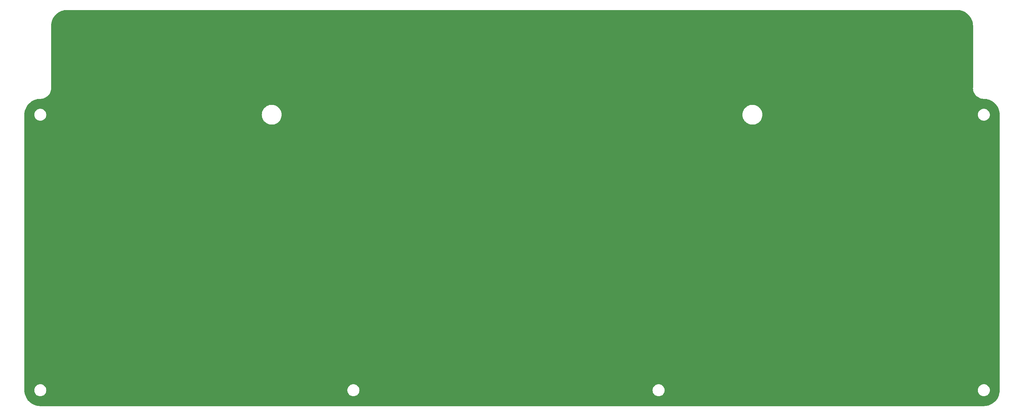
<source format=gbl>
%TF.GenerationSoftware,KiCad,Pcbnew,(6.0.0-0)*%
%TF.CreationDate,2022-04-10T14:45:36+02:00*%
%TF.ProjectId,litl_base_plate,6c69746c-5f62-4617-9365-5f706c617465,rev?*%
%TF.SameCoordinates,Original*%
%TF.FileFunction,Copper,L2,Bot*%
%TF.FilePolarity,Positive*%
%FSLAX46Y46*%
G04 Gerber Fmt 4.6, Leading zero omitted, Abs format (unit mm)*
G04 Created by KiCad (PCBNEW (6.0.0-0)) date 2022-04-10 14:45:36*
%MOMM*%
%LPD*%
G01*
G04 APERTURE LIST*
G04 APERTURE END LIST*
%TA.AperFunction,NonConductor*%
G36*
X269757557Y-17222000D02*
G01*
X269772358Y-17224305D01*
X269772361Y-17224305D01*
X269781230Y-17225686D01*
X269801126Y-17223084D01*
X269823284Y-17222154D01*
X270175391Y-17238433D01*
X270186980Y-17239507D01*
X270565795Y-17292350D01*
X270577235Y-17294489D01*
X270949559Y-17382058D01*
X270960735Y-17385238D01*
X271142069Y-17446015D01*
X271323394Y-17506790D01*
X271334246Y-17510994D01*
X271684141Y-17665487D01*
X271694559Y-17670675D01*
X272028691Y-17856785D01*
X272038586Y-17862911D01*
X272354136Y-18079068D01*
X272363424Y-18086082D01*
X272657684Y-18330433D01*
X272666284Y-18338274D01*
X272936726Y-18608716D01*
X272944567Y-18617316D01*
X273188918Y-18911576D01*
X273195932Y-18920864D01*
X273412089Y-19236414D01*
X273418215Y-19246309D01*
X273604325Y-19580441D01*
X273609513Y-19590859D01*
X273764006Y-19940754D01*
X273768210Y-19951606D01*
X273889759Y-20314256D01*
X273892944Y-20325450D01*
X273980511Y-20697765D01*
X273982650Y-20709205D01*
X274035493Y-21088020D01*
X274036567Y-21099609D01*
X274052503Y-21444316D01*
X274051138Y-21469515D01*
X274049314Y-21481230D01*
X274050478Y-21490132D01*
X274050478Y-21490135D01*
X274053436Y-21512751D01*
X274054500Y-21529089D01*
X274054500Y-38146793D01*
X274052754Y-38167697D01*
X274049429Y-38187461D01*
X274049370Y-38192322D01*
X274049353Y-38193730D01*
X274049276Y-38200000D01*
X274049965Y-38204812D01*
X274050180Y-38208113D01*
X274050669Y-38213026D01*
X274051250Y-38223363D01*
X274068173Y-38524704D01*
X274122649Y-38845325D01*
X274212680Y-39157830D01*
X274214034Y-39161098D01*
X274214034Y-39161099D01*
X274289864Y-39344167D01*
X274337135Y-39458290D01*
X274494448Y-39742926D01*
X274682641Y-40008159D01*
X274899347Y-40250653D01*
X275141841Y-40467359D01*
X275407074Y-40655552D01*
X275691710Y-40812865D01*
X275694973Y-40814217D01*
X275694978Y-40814219D01*
X275988901Y-40935966D01*
X275992170Y-40937320D01*
X276304675Y-41027351D01*
X276625296Y-41081827D01*
X276901263Y-41097325D01*
X276919675Y-41098359D01*
X276930512Y-41099571D01*
X276932666Y-41099764D01*
X276937461Y-41100571D01*
X276943462Y-41100644D01*
X276943730Y-41100686D01*
X276943999Y-41100651D01*
X276950000Y-41100724D01*
X276954817Y-41100034D01*
X276954821Y-41100034D01*
X276965792Y-41098463D01*
X276989470Y-41097325D01*
X277337891Y-41113433D01*
X277349480Y-41114507D01*
X277728295Y-41167350D01*
X277739735Y-41169489D01*
X278112059Y-41257058D01*
X278123235Y-41260238D01*
X278304569Y-41321016D01*
X278485894Y-41381790D01*
X278496746Y-41385994D01*
X278846641Y-41540487D01*
X278857059Y-41545675D01*
X279191191Y-41731785D01*
X279201086Y-41737911D01*
X279516636Y-41954068D01*
X279525924Y-41961082D01*
X279820184Y-42205433D01*
X279828784Y-42213274D01*
X280099226Y-42483716D01*
X280107067Y-42492316D01*
X280351418Y-42786576D01*
X280358432Y-42795864D01*
X280574589Y-43111414D01*
X280580715Y-43121309D01*
X280766825Y-43455441D01*
X280772013Y-43465859D01*
X280926506Y-43815754D01*
X280930710Y-43826606D01*
X280991484Y-44007931D01*
X281040199Y-44153273D01*
X281052259Y-44189256D01*
X281055442Y-44200441D01*
X281114493Y-44451512D01*
X281143011Y-44572765D01*
X281145150Y-44584205D01*
X281197993Y-44963020D01*
X281199067Y-44974609D01*
X281215003Y-45319316D01*
X281213638Y-45344515D01*
X281211814Y-45356230D01*
X281212978Y-45365132D01*
X281212978Y-45365135D01*
X281215936Y-45387751D01*
X281217000Y-45404089D01*
X281217000Y-119325672D01*
X281215500Y-119345056D01*
X281211814Y-119368730D01*
X281213279Y-119379930D01*
X281214416Y-119388626D01*
X281215346Y-119410784D01*
X281199067Y-119762891D01*
X281197993Y-119774480D01*
X281145150Y-120153295D01*
X281143011Y-120164735D01*
X281060419Y-120515898D01*
X281055444Y-120537050D01*
X281052262Y-120548235D01*
X281007123Y-120682910D01*
X280930710Y-120910894D01*
X280926506Y-120921746D01*
X280772013Y-121271641D01*
X280766825Y-121282059D01*
X280580715Y-121616191D01*
X280574589Y-121626086D01*
X280358432Y-121941636D01*
X280351418Y-121950924D01*
X280107067Y-122245184D01*
X280099226Y-122253784D01*
X279828784Y-122524226D01*
X279820184Y-122532067D01*
X279525924Y-122776418D01*
X279516636Y-122783432D01*
X279201086Y-122999589D01*
X279191191Y-123005715D01*
X278857059Y-123191825D01*
X278846641Y-123197013D01*
X278496746Y-123351506D01*
X278485894Y-123355710D01*
X278304569Y-123416484D01*
X278123235Y-123477262D01*
X278112059Y-123480442D01*
X277826543Y-123547594D01*
X277739735Y-123568011D01*
X277728295Y-123570150D01*
X277349480Y-123622993D01*
X277337892Y-123624067D01*
X277314632Y-123625142D01*
X276993184Y-123640003D01*
X276967985Y-123638638D01*
X276965142Y-123638195D01*
X276965140Y-123638195D01*
X276956270Y-123636814D01*
X276947368Y-123637978D01*
X276947365Y-123637978D01*
X276924749Y-123640936D01*
X276908411Y-123642000D01*
X23924328Y-123642000D01*
X23904943Y-123640500D01*
X23890142Y-123638195D01*
X23890139Y-123638195D01*
X23881270Y-123636814D01*
X23862105Y-123639320D01*
X23861374Y-123639416D01*
X23839216Y-123640346D01*
X23487109Y-123624067D01*
X23475520Y-123622993D01*
X23096705Y-123570150D01*
X23085265Y-123568011D01*
X22998457Y-123547594D01*
X22712941Y-123480442D01*
X22701765Y-123477262D01*
X22520431Y-123416485D01*
X22339106Y-123355710D01*
X22328254Y-123351506D01*
X21978359Y-123197013D01*
X21967941Y-123191825D01*
X21633809Y-123005715D01*
X21623914Y-122999589D01*
X21308364Y-122783432D01*
X21299076Y-122776418D01*
X21004816Y-122532067D01*
X20996216Y-122524226D01*
X20725774Y-122253784D01*
X20717933Y-122245184D01*
X20473582Y-121950924D01*
X20466568Y-121941636D01*
X20250411Y-121626086D01*
X20244285Y-121616191D01*
X20058175Y-121282059D01*
X20052987Y-121271641D01*
X19898494Y-120921746D01*
X19894290Y-120910894D01*
X19817877Y-120682910D01*
X19772738Y-120548235D01*
X19769556Y-120537050D01*
X19764582Y-120515898D01*
X19681989Y-120164735D01*
X19679850Y-120153295D01*
X19627007Y-119774480D01*
X19625933Y-119762891D01*
X19610170Y-119421926D01*
X19611781Y-119395209D01*
X19612264Y-119392338D01*
X19612264Y-119392333D01*
X19613071Y-119387539D01*
X19613224Y-119375000D01*
X22261526Y-119375000D01*
X22281391Y-119627403D01*
X22282545Y-119632210D01*
X22282546Y-119632216D01*
X22315315Y-119768709D01*
X22340495Y-119873591D01*
X22437384Y-120107502D01*
X22569672Y-120323376D01*
X22734102Y-120515898D01*
X22926624Y-120680328D01*
X23142498Y-120812616D01*
X23147068Y-120814509D01*
X23147072Y-120814511D01*
X23371836Y-120907611D01*
X23376409Y-120909505D01*
X23427397Y-120921746D01*
X23617784Y-120967454D01*
X23617790Y-120967455D01*
X23622597Y-120968609D01*
X23722416Y-120976465D01*
X23809345Y-120983307D01*
X23809352Y-120983307D01*
X23811801Y-120983500D01*
X23938199Y-120983500D01*
X23940648Y-120983307D01*
X23940655Y-120983307D01*
X24027584Y-120976465D01*
X24127403Y-120968609D01*
X24132210Y-120967455D01*
X24132216Y-120967454D01*
X24322603Y-120921746D01*
X24373591Y-120909505D01*
X24378164Y-120907611D01*
X24602928Y-120814511D01*
X24602932Y-120814509D01*
X24607502Y-120812616D01*
X24823376Y-120680328D01*
X25015898Y-120515898D01*
X25180328Y-120323376D01*
X25312616Y-120107502D01*
X25409505Y-119873591D01*
X25434685Y-119768709D01*
X25467454Y-119632216D01*
X25467455Y-119632210D01*
X25468609Y-119627403D01*
X25488474Y-119375000D01*
X106240626Y-119375000D01*
X106260491Y-119627403D01*
X106261645Y-119632210D01*
X106261646Y-119632216D01*
X106294415Y-119768709D01*
X106319595Y-119873591D01*
X106416484Y-120107502D01*
X106548772Y-120323376D01*
X106713202Y-120515898D01*
X106905724Y-120680328D01*
X107121598Y-120812616D01*
X107126168Y-120814509D01*
X107126172Y-120814511D01*
X107350936Y-120907611D01*
X107355509Y-120909505D01*
X107406497Y-120921746D01*
X107596884Y-120967454D01*
X107596890Y-120967455D01*
X107601697Y-120968609D01*
X107701516Y-120976465D01*
X107788445Y-120983307D01*
X107788452Y-120983307D01*
X107790901Y-120983500D01*
X107917299Y-120983500D01*
X107919748Y-120983307D01*
X107919755Y-120983307D01*
X108006684Y-120976465D01*
X108106503Y-120968609D01*
X108111310Y-120967455D01*
X108111316Y-120967454D01*
X108301703Y-120921746D01*
X108352691Y-120909505D01*
X108357264Y-120907611D01*
X108582028Y-120814511D01*
X108582032Y-120814509D01*
X108586602Y-120812616D01*
X108802476Y-120680328D01*
X108994998Y-120515898D01*
X109159428Y-120323376D01*
X109291716Y-120107502D01*
X109388605Y-119873591D01*
X109413785Y-119768709D01*
X109446554Y-119632216D01*
X109446555Y-119632210D01*
X109447709Y-119627403D01*
X109467574Y-119375000D01*
X188107326Y-119375000D01*
X188127191Y-119627403D01*
X188128345Y-119632210D01*
X188128346Y-119632216D01*
X188161115Y-119768709D01*
X188186295Y-119873591D01*
X188283184Y-120107502D01*
X188415472Y-120323376D01*
X188579902Y-120515898D01*
X188772424Y-120680328D01*
X188988298Y-120812616D01*
X188992868Y-120814509D01*
X188992872Y-120814511D01*
X189217636Y-120907611D01*
X189222209Y-120909505D01*
X189273197Y-120921746D01*
X189463584Y-120967454D01*
X189463590Y-120967455D01*
X189468397Y-120968609D01*
X189568216Y-120976465D01*
X189655145Y-120983307D01*
X189655152Y-120983307D01*
X189657601Y-120983500D01*
X189783999Y-120983500D01*
X189786448Y-120983307D01*
X189786455Y-120983307D01*
X189873384Y-120976465D01*
X189973203Y-120968609D01*
X189978010Y-120967455D01*
X189978016Y-120967454D01*
X190168403Y-120921746D01*
X190219391Y-120909505D01*
X190223964Y-120907611D01*
X190448728Y-120814511D01*
X190448732Y-120814509D01*
X190453302Y-120812616D01*
X190669176Y-120680328D01*
X190861698Y-120515898D01*
X191026128Y-120323376D01*
X191158416Y-120107502D01*
X191255305Y-119873591D01*
X191280485Y-119768709D01*
X191313254Y-119632216D01*
X191313255Y-119632210D01*
X191314409Y-119627403D01*
X191334274Y-119375000D01*
X275336526Y-119375000D01*
X275356391Y-119627403D01*
X275357545Y-119632210D01*
X275357546Y-119632216D01*
X275390315Y-119768709D01*
X275415495Y-119873591D01*
X275512384Y-120107502D01*
X275644672Y-120323376D01*
X275809102Y-120515898D01*
X276001624Y-120680328D01*
X276217498Y-120812616D01*
X276222068Y-120814509D01*
X276222072Y-120814511D01*
X276446836Y-120907611D01*
X276451409Y-120909505D01*
X276502397Y-120921746D01*
X276692784Y-120967454D01*
X276692790Y-120967455D01*
X276697597Y-120968609D01*
X276797416Y-120976465D01*
X276884345Y-120983307D01*
X276884352Y-120983307D01*
X276886801Y-120983500D01*
X277013199Y-120983500D01*
X277015648Y-120983307D01*
X277015655Y-120983307D01*
X277102584Y-120976465D01*
X277202403Y-120968609D01*
X277207210Y-120967455D01*
X277207216Y-120967454D01*
X277397603Y-120921746D01*
X277448591Y-120909505D01*
X277453164Y-120907611D01*
X277677928Y-120814511D01*
X277677932Y-120814509D01*
X277682502Y-120812616D01*
X277898376Y-120680328D01*
X278090898Y-120515898D01*
X278255328Y-120323376D01*
X278387616Y-120107502D01*
X278484505Y-119873591D01*
X278509685Y-119768709D01*
X278542454Y-119632216D01*
X278542455Y-119632210D01*
X278543609Y-119627403D01*
X278563474Y-119375000D01*
X278543609Y-119122597D01*
X278484505Y-118876409D01*
X278387616Y-118642498D01*
X278255328Y-118426624D01*
X278090898Y-118234102D01*
X277898376Y-118069672D01*
X277682502Y-117937384D01*
X277677932Y-117935491D01*
X277677928Y-117935489D01*
X277453164Y-117842389D01*
X277453162Y-117842388D01*
X277448591Y-117840495D01*
X277363968Y-117820179D01*
X277207216Y-117782546D01*
X277207210Y-117782545D01*
X277202403Y-117781391D01*
X277102584Y-117773535D01*
X277015655Y-117766693D01*
X277015648Y-117766693D01*
X277013199Y-117766500D01*
X276886801Y-117766500D01*
X276884352Y-117766693D01*
X276884345Y-117766693D01*
X276797416Y-117773535D01*
X276697597Y-117781391D01*
X276692790Y-117782545D01*
X276692784Y-117782546D01*
X276536032Y-117820179D01*
X276451409Y-117840495D01*
X276446838Y-117842388D01*
X276446836Y-117842389D01*
X276222072Y-117935489D01*
X276222068Y-117935491D01*
X276217498Y-117937384D01*
X276001624Y-118069672D01*
X275809102Y-118234102D01*
X275644672Y-118426624D01*
X275512384Y-118642498D01*
X275415495Y-118876409D01*
X275356391Y-119122597D01*
X275336526Y-119375000D01*
X191334274Y-119375000D01*
X191314409Y-119122597D01*
X191255305Y-118876409D01*
X191158416Y-118642498D01*
X191026128Y-118426624D01*
X190861698Y-118234102D01*
X190669176Y-118069672D01*
X190453302Y-117937384D01*
X190448732Y-117935491D01*
X190448728Y-117935489D01*
X190223964Y-117842389D01*
X190223962Y-117842388D01*
X190219391Y-117840495D01*
X190134768Y-117820179D01*
X189978016Y-117782546D01*
X189978010Y-117782545D01*
X189973203Y-117781391D01*
X189873384Y-117773535D01*
X189786455Y-117766693D01*
X189786448Y-117766693D01*
X189783999Y-117766500D01*
X189657601Y-117766500D01*
X189655152Y-117766693D01*
X189655145Y-117766693D01*
X189568216Y-117773535D01*
X189468397Y-117781391D01*
X189463590Y-117782545D01*
X189463584Y-117782546D01*
X189306832Y-117820179D01*
X189222209Y-117840495D01*
X189217638Y-117842388D01*
X189217636Y-117842389D01*
X188992872Y-117935489D01*
X188992868Y-117935491D01*
X188988298Y-117937384D01*
X188772424Y-118069672D01*
X188579902Y-118234102D01*
X188415472Y-118426624D01*
X188283184Y-118642498D01*
X188186295Y-118876409D01*
X188127191Y-119122597D01*
X188107326Y-119375000D01*
X109467574Y-119375000D01*
X109447709Y-119122597D01*
X109388605Y-118876409D01*
X109291716Y-118642498D01*
X109159428Y-118426624D01*
X108994998Y-118234102D01*
X108802476Y-118069672D01*
X108586602Y-117937384D01*
X108582032Y-117935491D01*
X108582028Y-117935489D01*
X108357264Y-117842389D01*
X108357262Y-117842388D01*
X108352691Y-117840495D01*
X108268068Y-117820179D01*
X108111316Y-117782546D01*
X108111310Y-117782545D01*
X108106503Y-117781391D01*
X108006684Y-117773535D01*
X107919755Y-117766693D01*
X107919748Y-117766693D01*
X107917299Y-117766500D01*
X107790901Y-117766500D01*
X107788452Y-117766693D01*
X107788445Y-117766693D01*
X107701516Y-117773535D01*
X107601697Y-117781391D01*
X107596890Y-117782545D01*
X107596884Y-117782546D01*
X107440132Y-117820179D01*
X107355509Y-117840495D01*
X107350938Y-117842388D01*
X107350936Y-117842389D01*
X107126172Y-117935489D01*
X107126168Y-117935491D01*
X107121598Y-117937384D01*
X106905724Y-118069672D01*
X106713202Y-118234102D01*
X106548772Y-118426624D01*
X106416484Y-118642498D01*
X106319595Y-118876409D01*
X106260491Y-119122597D01*
X106240626Y-119375000D01*
X25488474Y-119375000D01*
X25468609Y-119122597D01*
X25409505Y-118876409D01*
X25312616Y-118642498D01*
X25180328Y-118426624D01*
X25015898Y-118234102D01*
X24823376Y-118069672D01*
X24607502Y-117937384D01*
X24602932Y-117935491D01*
X24602928Y-117935489D01*
X24378164Y-117842389D01*
X24378162Y-117842388D01*
X24373591Y-117840495D01*
X24288968Y-117820179D01*
X24132216Y-117782546D01*
X24132210Y-117782545D01*
X24127403Y-117781391D01*
X24027584Y-117773535D01*
X23940655Y-117766693D01*
X23940648Y-117766693D01*
X23938199Y-117766500D01*
X23811801Y-117766500D01*
X23809352Y-117766693D01*
X23809345Y-117766693D01*
X23722416Y-117773535D01*
X23622597Y-117781391D01*
X23617790Y-117782545D01*
X23617784Y-117782546D01*
X23461032Y-117820179D01*
X23376409Y-117840495D01*
X23371838Y-117842388D01*
X23371836Y-117842389D01*
X23147072Y-117935489D01*
X23147068Y-117935491D01*
X23142498Y-117937384D01*
X22926624Y-118069672D01*
X22734102Y-118234102D01*
X22569672Y-118426624D01*
X22437384Y-118642498D01*
X22340495Y-118876409D01*
X22281391Y-119122597D01*
X22261526Y-119375000D01*
X19613224Y-119375000D01*
X19609273Y-119347412D01*
X19608000Y-119329549D01*
X19608000Y-45415707D01*
X19609746Y-45394803D01*
X19612264Y-45379835D01*
X19613071Y-45375039D01*
X19613224Y-45362500D01*
X22261526Y-45362500D01*
X22281391Y-45614903D01*
X22282545Y-45619710D01*
X22282546Y-45619716D01*
X22308869Y-45729360D01*
X22340495Y-45861091D01*
X22342388Y-45865662D01*
X22342389Y-45865664D01*
X22382156Y-45961669D01*
X22437384Y-46095002D01*
X22569672Y-46310876D01*
X22734102Y-46503398D01*
X22926624Y-46667828D01*
X23142498Y-46800116D01*
X23147068Y-46802009D01*
X23147072Y-46802011D01*
X23371836Y-46895111D01*
X23376409Y-46897005D01*
X23461032Y-46917321D01*
X23617784Y-46954954D01*
X23617790Y-46954955D01*
X23622597Y-46956109D01*
X23722416Y-46963965D01*
X23809345Y-46970807D01*
X23809352Y-46970807D01*
X23811801Y-46971000D01*
X23938199Y-46971000D01*
X23940648Y-46970807D01*
X23940655Y-46970807D01*
X24027584Y-46963965D01*
X24127403Y-46956109D01*
X24132210Y-46954955D01*
X24132216Y-46954954D01*
X24288968Y-46917321D01*
X24373591Y-46897005D01*
X24378164Y-46895111D01*
X24602928Y-46802011D01*
X24602932Y-46802009D01*
X24607502Y-46800116D01*
X24823376Y-46667828D01*
X25015898Y-46503398D01*
X25180328Y-46310876D01*
X25312616Y-46095002D01*
X25367845Y-45961669D01*
X25407611Y-45865664D01*
X25407612Y-45865662D01*
X25409505Y-45861091D01*
X25441131Y-45729360D01*
X25467454Y-45619716D01*
X25467455Y-45619710D01*
X25468609Y-45614903D01*
X25484815Y-45408985D01*
X83286854Y-45408985D01*
X83287156Y-45412820D01*
X83305108Y-45640917D01*
X83312370Y-45733195D01*
X83377206Y-46051878D01*
X83480398Y-46360284D01*
X83620405Y-46653816D01*
X83622467Y-46657053D01*
X83622470Y-46657058D01*
X83685099Y-46755365D01*
X83795141Y-46928097D01*
X83797584Y-46931060D01*
X83797585Y-46931062D01*
X83947308Y-47112690D01*
X84002001Y-47179038D01*
X84237902Y-47402899D01*
X84499326Y-47596343D01*
X84640851Y-47676414D01*
X84779019Y-47754586D01*
X84779023Y-47754588D01*
X84782376Y-47756485D01*
X85082832Y-47880938D01*
X85186288Y-47909629D01*
X85392500Y-47966817D01*
X85392508Y-47966819D01*
X85396216Y-47967847D01*
X85717856Y-48015916D01*
X85721154Y-48016060D01*
X85832918Y-48020940D01*
X85832922Y-48020940D01*
X85834294Y-48021000D01*
X86032598Y-48021000D01*
X86274605Y-48006198D01*
X86278388Y-48005497D01*
X86278395Y-48005496D01*
X86478459Y-47968416D01*
X86594372Y-47946933D01*
X86803682Y-47880938D01*
X86900860Y-47850298D01*
X86900863Y-47850297D01*
X86904532Y-47849140D01*
X86908029Y-47847546D01*
X86908035Y-47847544D01*
X87196954Y-47715876D01*
X87196958Y-47715874D01*
X87200462Y-47714277D01*
X87477751Y-47544354D01*
X87480755Y-47541964D01*
X87480760Y-47541961D01*
X87605008Y-47443129D01*
X87732264Y-47341905D01*
X87734958Y-47339164D01*
X87734962Y-47339160D01*
X87957513Y-47112690D01*
X87957517Y-47112685D01*
X87960208Y-47109947D01*
X88158185Y-46851939D01*
X88323242Y-46571727D01*
X88452920Y-46273488D01*
X88545285Y-45961669D01*
X88598961Y-45640917D01*
X88609087Y-45408985D01*
X212211854Y-45408985D01*
X212212156Y-45412820D01*
X212230108Y-45640917D01*
X212237370Y-45733195D01*
X212302206Y-46051878D01*
X212405398Y-46360284D01*
X212545405Y-46653816D01*
X212547467Y-46657053D01*
X212547470Y-46657058D01*
X212610099Y-46755365D01*
X212720141Y-46928097D01*
X212722584Y-46931060D01*
X212722585Y-46931062D01*
X212872308Y-47112690D01*
X212927001Y-47179038D01*
X213162902Y-47402899D01*
X213424326Y-47596343D01*
X213565851Y-47676414D01*
X213704019Y-47754586D01*
X213704023Y-47754588D01*
X213707376Y-47756485D01*
X214007832Y-47880938D01*
X214111288Y-47909629D01*
X214317500Y-47966817D01*
X214317508Y-47966819D01*
X214321216Y-47967847D01*
X214642856Y-48015916D01*
X214646154Y-48016060D01*
X214757918Y-48020940D01*
X214757922Y-48020940D01*
X214759294Y-48021000D01*
X214957598Y-48021000D01*
X215199605Y-48006198D01*
X215203388Y-48005497D01*
X215203395Y-48005496D01*
X215403459Y-47968416D01*
X215519372Y-47946933D01*
X215728682Y-47880938D01*
X215825860Y-47850298D01*
X215825863Y-47850297D01*
X215829532Y-47849140D01*
X215833029Y-47847546D01*
X215833035Y-47847544D01*
X216121954Y-47715876D01*
X216121958Y-47715874D01*
X216125462Y-47714277D01*
X216402751Y-47544354D01*
X216405755Y-47541964D01*
X216405760Y-47541961D01*
X216530007Y-47443130D01*
X216657264Y-47341905D01*
X216659958Y-47339164D01*
X216659962Y-47339160D01*
X216882513Y-47112690D01*
X216882517Y-47112685D01*
X216885208Y-47109947D01*
X217083185Y-46851939D01*
X217248242Y-46571727D01*
X217377920Y-46273488D01*
X217470285Y-45961669D01*
X217523961Y-45640917D01*
X217536116Y-45362500D01*
X275336526Y-45362500D01*
X275356391Y-45614903D01*
X275357545Y-45619710D01*
X275357546Y-45619716D01*
X275383869Y-45729360D01*
X275415495Y-45861091D01*
X275417388Y-45865662D01*
X275417389Y-45865664D01*
X275457156Y-45961669D01*
X275512384Y-46095002D01*
X275644672Y-46310876D01*
X275809102Y-46503398D01*
X276001624Y-46667828D01*
X276217498Y-46800116D01*
X276222068Y-46802009D01*
X276222072Y-46802011D01*
X276446836Y-46895111D01*
X276451409Y-46897005D01*
X276536032Y-46917321D01*
X276692784Y-46954954D01*
X276692790Y-46954955D01*
X276697597Y-46956109D01*
X276797416Y-46963965D01*
X276884345Y-46970807D01*
X276884352Y-46970807D01*
X276886801Y-46971000D01*
X277013199Y-46971000D01*
X277015648Y-46970807D01*
X277015655Y-46970807D01*
X277102584Y-46963965D01*
X277202403Y-46956109D01*
X277207210Y-46954955D01*
X277207216Y-46954954D01*
X277363968Y-46917321D01*
X277448591Y-46897005D01*
X277453164Y-46895111D01*
X277677928Y-46802011D01*
X277677932Y-46802009D01*
X277682502Y-46800116D01*
X277898376Y-46667828D01*
X278090898Y-46503398D01*
X278255328Y-46310876D01*
X278387616Y-46095002D01*
X278442845Y-45961669D01*
X278482611Y-45865664D01*
X278482612Y-45865662D01*
X278484505Y-45861091D01*
X278516131Y-45729360D01*
X278542454Y-45619716D01*
X278542455Y-45619710D01*
X278543609Y-45614903D01*
X278563474Y-45362500D01*
X278543609Y-45110097D01*
X278536452Y-45080283D01*
X278485660Y-44868721D01*
X278484505Y-44863909D01*
X278444417Y-44767127D01*
X278389511Y-44634572D01*
X278389509Y-44634568D01*
X278387616Y-44629998D01*
X278255328Y-44414124D01*
X278090898Y-44221602D01*
X277898376Y-44057172D01*
X277682502Y-43924884D01*
X277677932Y-43922991D01*
X277677928Y-43922989D01*
X277453164Y-43829889D01*
X277453162Y-43829888D01*
X277448591Y-43827995D01*
X277332595Y-43800147D01*
X277207216Y-43770046D01*
X277207210Y-43770045D01*
X277202403Y-43768891D01*
X277102584Y-43761035D01*
X277015655Y-43754193D01*
X277015648Y-43754193D01*
X277013199Y-43754000D01*
X276886801Y-43754000D01*
X276884352Y-43754193D01*
X276884345Y-43754193D01*
X276797416Y-43761035D01*
X276697597Y-43768891D01*
X276692790Y-43770045D01*
X276692784Y-43770046D01*
X276567405Y-43800147D01*
X276451409Y-43827995D01*
X276446838Y-43829888D01*
X276446836Y-43829889D01*
X276222072Y-43922989D01*
X276222068Y-43922991D01*
X276217498Y-43924884D01*
X276001624Y-44057172D01*
X275809102Y-44221602D01*
X275644672Y-44414124D01*
X275512384Y-44629998D01*
X275510491Y-44634568D01*
X275510489Y-44634572D01*
X275455583Y-44767127D01*
X275415495Y-44863909D01*
X275414340Y-44868721D01*
X275363549Y-45080283D01*
X275356391Y-45110097D01*
X275336526Y-45362500D01*
X217536116Y-45362500D01*
X217538146Y-45316015D01*
X217521561Y-45105284D01*
X217512932Y-44995640D01*
X217512932Y-44995637D01*
X217512630Y-44991805D01*
X217447794Y-44673122D01*
X217344602Y-44364716D01*
X217204595Y-44071184D01*
X217195669Y-44057172D01*
X217111392Y-43924884D01*
X217029859Y-43796903D01*
X216994652Y-43754193D01*
X216825442Y-43548925D01*
X216825438Y-43548920D01*
X216822999Y-43545962D01*
X216587098Y-43322101D01*
X216325674Y-43128657D01*
X216120781Y-43012734D01*
X216045981Y-42970414D01*
X216045977Y-42970412D01*
X216042624Y-42968515D01*
X215742168Y-42844062D01*
X215638712Y-42815371D01*
X215432500Y-42758183D01*
X215432492Y-42758181D01*
X215428784Y-42757153D01*
X215107144Y-42709084D01*
X215103846Y-42708940D01*
X214992082Y-42704060D01*
X214992078Y-42704060D01*
X214990706Y-42704000D01*
X214792402Y-42704000D01*
X214550395Y-42718802D01*
X214546612Y-42719503D01*
X214546605Y-42719504D01*
X214390511Y-42748435D01*
X214230628Y-42778067D01*
X214046058Y-42836262D01*
X213924140Y-42874702D01*
X213924137Y-42874703D01*
X213920468Y-42875860D01*
X213916971Y-42877454D01*
X213916965Y-42877456D01*
X213628046Y-43009124D01*
X213628042Y-43009126D01*
X213624538Y-43010723D01*
X213347249Y-43180646D01*
X213344245Y-43183036D01*
X213344240Y-43183039D01*
X213274480Y-43238529D01*
X213092736Y-43383095D01*
X213090042Y-43385836D01*
X213090038Y-43385840D01*
X212867487Y-43612310D01*
X212867483Y-43612315D01*
X212864792Y-43615053D01*
X212666815Y-43873061D01*
X212501758Y-44153273D01*
X212372080Y-44451512D01*
X212279715Y-44763331D01*
X212226039Y-45084083D01*
X212211854Y-45408985D01*
X88609087Y-45408985D01*
X88613146Y-45316015D01*
X88596561Y-45105284D01*
X88587932Y-44995640D01*
X88587932Y-44995637D01*
X88587630Y-44991805D01*
X88522794Y-44673122D01*
X88419602Y-44364716D01*
X88279595Y-44071184D01*
X88270669Y-44057172D01*
X88186392Y-43924884D01*
X88104859Y-43796903D01*
X88069652Y-43754193D01*
X87900442Y-43548925D01*
X87900438Y-43548920D01*
X87897999Y-43545962D01*
X87662098Y-43322101D01*
X87400674Y-43128657D01*
X87195781Y-43012734D01*
X87120981Y-42970414D01*
X87120977Y-42970412D01*
X87117624Y-42968515D01*
X86817168Y-42844062D01*
X86713712Y-42815371D01*
X86507500Y-42758183D01*
X86507492Y-42758181D01*
X86503784Y-42757153D01*
X86182144Y-42709084D01*
X86178846Y-42708940D01*
X86067082Y-42704060D01*
X86067078Y-42704060D01*
X86065706Y-42704000D01*
X85867402Y-42704000D01*
X85625395Y-42718802D01*
X85621612Y-42719503D01*
X85621605Y-42719504D01*
X85465511Y-42748435D01*
X85305628Y-42778067D01*
X85121058Y-42836262D01*
X84999140Y-42874702D01*
X84999137Y-42874703D01*
X84995468Y-42875860D01*
X84991971Y-42877454D01*
X84991965Y-42877456D01*
X84703046Y-43009124D01*
X84703042Y-43009126D01*
X84699538Y-43010723D01*
X84422249Y-43180646D01*
X84419245Y-43183036D01*
X84419240Y-43183039D01*
X84349480Y-43238529D01*
X84167736Y-43383095D01*
X84165042Y-43385836D01*
X84165038Y-43385840D01*
X83942487Y-43612310D01*
X83942483Y-43612315D01*
X83939792Y-43615053D01*
X83741815Y-43873061D01*
X83576758Y-44153273D01*
X83447080Y-44451512D01*
X83354715Y-44763331D01*
X83301039Y-45084083D01*
X83286854Y-45408985D01*
X25484815Y-45408985D01*
X25488474Y-45362500D01*
X25468609Y-45110097D01*
X25461452Y-45080283D01*
X25410660Y-44868721D01*
X25409505Y-44863909D01*
X25369417Y-44767127D01*
X25314511Y-44634572D01*
X25314509Y-44634568D01*
X25312616Y-44629998D01*
X25180328Y-44414124D01*
X25015898Y-44221602D01*
X24823376Y-44057172D01*
X24607502Y-43924884D01*
X24602932Y-43922991D01*
X24602928Y-43922989D01*
X24378164Y-43829889D01*
X24378162Y-43829888D01*
X24373591Y-43827995D01*
X24257595Y-43800147D01*
X24132216Y-43770046D01*
X24132210Y-43770045D01*
X24127403Y-43768891D01*
X24027584Y-43761035D01*
X23940655Y-43754193D01*
X23940648Y-43754193D01*
X23938199Y-43754000D01*
X23811801Y-43754000D01*
X23809352Y-43754193D01*
X23809345Y-43754193D01*
X23722416Y-43761035D01*
X23622597Y-43768891D01*
X23617790Y-43770045D01*
X23617784Y-43770046D01*
X23492405Y-43800147D01*
X23376409Y-43827995D01*
X23371838Y-43829888D01*
X23371836Y-43829889D01*
X23147072Y-43922989D01*
X23147068Y-43922991D01*
X23142498Y-43924884D01*
X22926624Y-44057172D01*
X22734102Y-44221602D01*
X22569672Y-44414124D01*
X22437384Y-44629998D01*
X22435491Y-44634568D01*
X22435489Y-44634572D01*
X22380583Y-44767127D01*
X22340495Y-44863909D01*
X22339340Y-44868721D01*
X22288549Y-45080283D01*
X22281391Y-45110097D01*
X22261526Y-45362500D01*
X19613224Y-45362500D01*
X19610963Y-45346710D01*
X19609825Y-45323036D01*
X19625933Y-44974609D01*
X19627007Y-44963020D01*
X19679850Y-44584205D01*
X19681989Y-44572765D01*
X19710507Y-44451512D01*
X19769558Y-44200441D01*
X19772741Y-44189256D01*
X19784802Y-44153273D01*
X19833516Y-44007931D01*
X19894290Y-43826606D01*
X19898494Y-43815754D01*
X20052987Y-43465859D01*
X20058175Y-43455441D01*
X20244285Y-43121309D01*
X20250411Y-43111414D01*
X20466568Y-42795864D01*
X20473582Y-42786576D01*
X20717933Y-42492316D01*
X20725774Y-42483716D01*
X20996216Y-42213274D01*
X21004816Y-42205433D01*
X21299076Y-41961082D01*
X21308364Y-41954068D01*
X21623914Y-41737911D01*
X21633809Y-41731785D01*
X21967941Y-41545675D01*
X21978359Y-41540487D01*
X22328254Y-41385994D01*
X22339106Y-41381790D01*
X22520431Y-41321016D01*
X22701765Y-41260238D01*
X22712941Y-41257058D01*
X23085265Y-41169489D01*
X23096705Y-41167350D01*
X23475520Y-41114507D01*
X23487108Y-41113433D01*
X23511260Y-41112316D01*
X23828074Y-41097670D01*
X23854794Y-41099282D01*
X23857646Y-41099762D01*
X23857660Y-41099763D01*
X23862461Y-41100571D01*
X23868462Y-41100644D01*
X23868730Y-41100686D01*
X23868999Y-41100651D01*
X23875000Y-41100724D01*
X23879821Y-41100034D01*
X23883116Y-41099819D01*
X23888026Y-41099331D01*
X24104572Y-41087170D01*
X24199704Y-41081827D01*
X24520325Y-41027351D01*
X24832830Y-40937320D01*
X24836099Y-40935966D01*
X25130022Y-40814219D01*
X25130027Y-40814217D01*
X25133290Y-40812865D01*
X25417926Y-40655552D01*
X25683159Y-40467359D01*
X25925653Y-40250653D01*
X26142359Y-40008159D01*
X26330552Y-39742926D01*
X26487865Y-39458290D01*
X26535137Y-39344167D01*
X26610966Y-39161099D01*
X26610966Y-39161098D01*
X26612320Y-39157830D01*
X26702351Y-38845325D01*
X26756827Y-38524704D01*
X26773359Y-38230325D01*
X26774570Y-38219498D01*
X26774764Y-38217337D01*
X26775571Y-38212539D01*
X26775724Y-38200000D01*
X26771773Y-38172412D01*
X26770500Y-38154549D01*
X26770500Y-21540707D01*
X26772246Y-21519803D01*
X26774764Y-21504835D01*
X26775571Y-21500039D01*
X26775724Y-21487500D01*
X26773463Y-21471710D01*
X26772325Y-21448036D01*
X26788433Y-21099609D01*
X26789507Y-21088020D01*
X26842350Y-20709205D01*
X26844489Y-20697765D01*
X26932056Y-20325450D01*
X26935241Y-20314256D01*
X27056790Y-19951606D01*
X27060994Y-19940754D01*
X27215487Y-19590859D01*
X27220675Y-19580441D01*
X27406785Y-19246309D01*
X27412911Y-19236414D01*
X27629068Y-18920864D01*
X27636082Y-18911576D01*
X27880433Y-18617316D01*
X27888274Y-18608716D01*
X28158716Y-18338274D01*
X28167316Y-18330433D01*
X28461576Y-18086082D01*
X28470864Y-18079068D01*
X28786414Y-17862911D01*
X28796309Y-17856785D01*
X29130441Y-17670675D01*
X29140859Y-17665487D01*
X29490754Y-17510994D01*
X29501606Y-17506790D01*
X29682931Y-17446015D01*
X29864265Y-17385238D01*
X29875441Y-17382058D01*
X30247765Y-17294489D01*
X30259205Y-17292350D01*
X30638020Y-17239507D01*
X30649608Y-17238433D01*
X30672868Y-17237358D01*
X30994316Y-17222497D01*
X31019515Y-17223862D01*
X31022358Y-17224305D01*
X31022360Y-17224305D01*
X31031230Y-17225686D01*
X31040132Y-17224522D01*
X31040135Y-17224522D01*
X31062751Y-17221564D01*
X31079089Y-17220500D01*
X269738172Y-17220500D01*
X269757557Y-17222000D01*
G37*
%TD.AperFunction*%
M02*

</source>
